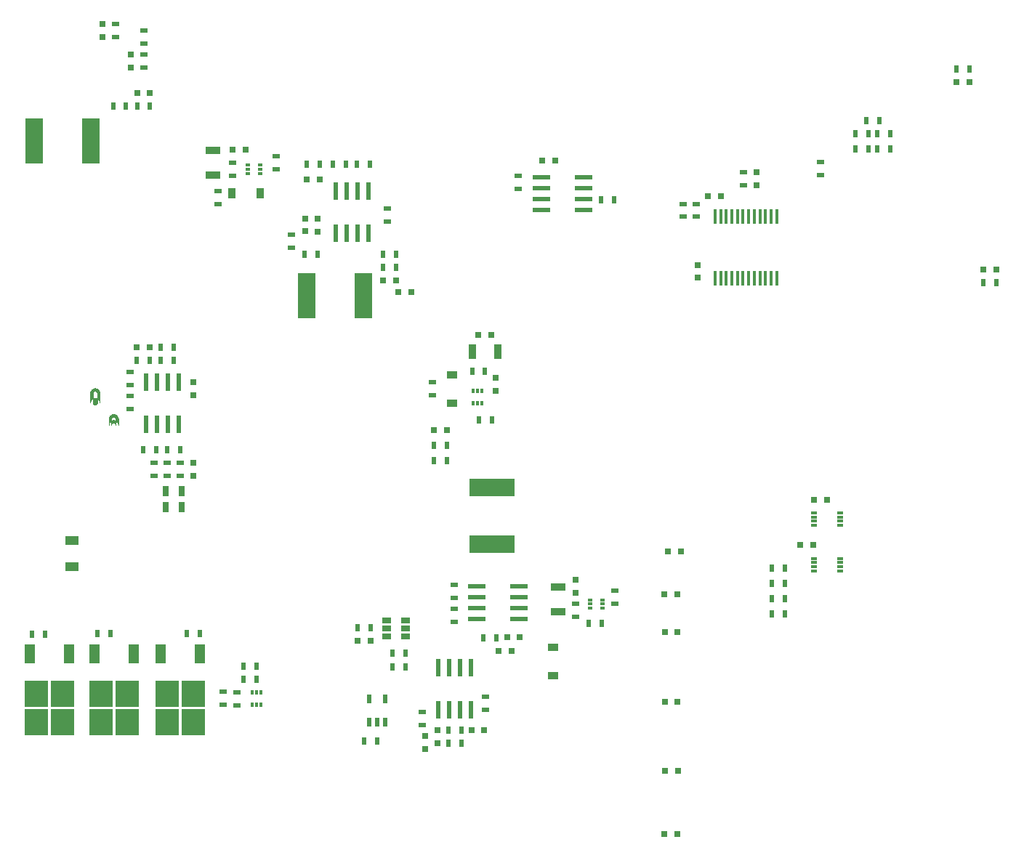
<source format=gbr>
G04 #@! TF.FileFunction,Paste,Bot*
%FSLAX46Y46*%
G04 Gerber Fmt 4.6, Leading zero omitted, Abs format (unit mm)*
G04 Created by KiCad (PCBNEW 4.0.7) date 07/05/18 23:16:34*
%MOMM*%
%LPD*%
G01*
G04 APERTURE LIST*
%ADD10C,0.100000*%
%ADD11C,0.000100*%
%ADD12C,0.001000*%
%ADD13R,0.600000X2.000000*%
%ADD14R,0.900000X0.500000*%
%ADD15R,0.800000X0.750000*%
%ADD16R,0.900000X1.200000*%
%ADD17R,0.550000X0.400000*%
%ADD18R,1.700000X0.900000*%
%ADD19R,0.750000X0.800000*%
%ADD20R,1.200000X0.900000*%
%ADD21R,2.000000X5.300000*%
%ADD22R,0.400000X0.550000*%
%ADD23R,1.200000X2.200000*%
%ADD24R,2.750000X3.050000*%
%ADD25R,0.500000X0.900000*%
%ADD26R,0.900000X1.700000*%
%ADD27R,0.700000X1.300000*%
%ADD28R,0.600000X1.050000*%
%ADD29R,1.060000X0.650000*%
%ADD30R,2.000000X0.600000*%
%ADD31R,0.800000X0.300000*%
%ADD32R,1.600000X1.000000*%
%ADD33R,0.450000X1.750000*%
%ADD34R,5.300000X2.000000*%
G04 APERTURE END LIST*
D10*
D11*
G36*
X11970020Y-46482020D02*
X11970020Y-45912020D01*
X11970020Y-45882894D01*
X11963860Y-45824911D01*
X11951610Y-45767903D01*
X11933400Y-45712510D01*
X11909440Y-45659351D01*
X11879990Y-45609023D01*
X11845390Y-45562088D01*
X11806030Y-45519073D01*
X11762330Y-45480460D01*
X11714810Y-45446680D01*
X11663970Y-45418110D01*
X11610410Y-45395080D01*
X11554710Y-45377830D01*
X11497490Y-45366570D01*
X11439410Y-45361420D01*
X11381110Y-45362430D01*
X11323250Y-45369600D01*
X11266460Y-45382850D01*
X11211390Y-45402020D01*
X11158660Y-45426910D01*
X11108860Y-45457230D01*
X11062530Y-45492640D01*
X11020210Y-45532751D01*
X10982360Y-45577110D01*
X10949420Y-45625220D01*
X10921740Y-45676543D01*
X10899650Y-45730503D01*
X10883380Y-45786496D01*
X10873110Y-45843896D01*
X10868980Y-45902058D01*
X10870020Y-45932020D01*
X10870020Y-46492020D01*
X11170020Y-46492020D01*
X11170020Y-45932020D01*
X11170020Y-45918930D01*
X11172760Y-45892870D01*
X11178200Y-45867238D01*
X11186300Y-45842316D01*
X11196960Y-45818378D01*
X11210060Y-45795684D01*
X11225460Y-45774484D01*
X11242990Y-45755010D01*
X11262470Y-45737475D01*
X11283660Y-45722072D01*
X11306360Y-45708969D01*
X11330290Y-45698309D01*
X11355220Y-45690211D01*
X11380850Y-45684762D01*
X11406910Y-45682021D01*
X11433110Y-45682020D01*
X11459170Y-45684758D01*
X11484800Y-45690205D01*
X11509720Y-45698301D01*
X11533660Y-45708958D01*
X11556360Y-45722059D01*
X11577560Y-45737460D01*
X11597030Y-45754993D01*
X11614570Y-45774465D01*
X11629970Y-45795664D01*
X11643070Y-45818356D01*
X11653730Y-45842294D01*
X11661830Y-45867215D01*
X11667280Y-45892846D01*
X11670020Y-45918906D01*
X11670020Y-45932020D01*
X11670020Y-46482020D01*
X11970020Y-46482020D01*
G37*
X11970020Y-46482020D02*
X11970020Y-45912020D01*
X11970020Y-45882894D01*
X11963860Y-45824911D01*
X11951610Y-45767903D01*
X11933400Y-45712510D01*
X11909440Y-45659351D01*
X11879990Y-45609023D01*
X11845390Y-45562088D01*
X11806030Y-45519073D01*
X11762330Y-45480460D01*
X11714810Y-45446680D01*
X11663970Y-45418110D01*
X11610410Y-45395080D01*
X11554710Y-45377830D01*
X11497490Y-45366570D01*
X11439410Y-45361420D01*
X11381110Y-45362430D01*
X11323250Y-45369600D01*
X11266460Y-45382850D01*
X11211390Y-45402020D01*
X11158660Y-45426910D01*
X11108860Y-45457230D01*
X11062530Y-45492640D01*
X11020210Y-45532751D01*
X10982360Y-45577110D01*
X10949420Y-45625220D01*
X10921740Y-45676543D01*
X10899650Y-45730503D01*
X10883380Y-45786496D01*
X10873110Y-45843896D01*
X10868980Y-45902058D01*
X10870020Y-45932020D01*
X10870020Y-46492020D01*
X11170020Y-46492020D01*
X11170020Y-45932020D01*
X11170020Y-45918930D01*
X11172760Y-45892870D01*
X11178200Y-45867238D01*
X11186300Y-45842316D01*
X11196960Y-45818378D01*
X11210060Y-45795684D01*
X11225460Y-45774484D01*
X11242990Y-45755010D01*
X11262470Y-45737475D01*
X11283660Y-45722072D01*
X11306360Y-45708969D01*
X11330290Y-45698309D01*
X11355220Y-45690211D01*
X11380850Y-45684762D01*
X11406910Y-45682021D01*
X11433110Y-45682020D01*
X11459170Y-45684758D01*
X11484800Y-45690205D01*
X11509720Y-45698301D01*
X11533660Y-45708958D01*
X11556360Y-45722059D01*
X11577560Y-45737460D01*
X11597030Y-45754993D01*
X11614570Y-45774465D01*
X11629970Y-45795664D01*
X11643070Y-45818356D01*
X11653730Y-45842294D01*
X11661830Y-45867215D01*
X11667280Y-45892846D01*
X11670020Y-45918906D01*
X11670020Y-45932020D01*
X11670020Y-46482020D01*
X11970020Y-46482020D01*
G36*
X10870020Y-46482020D02*
X10870020Y-47052020D01*
X10870020Y-47023531D01*
X10875910Y-46966811D01*
X10887640Y-46911004D01*
X10905070Y-46856707D01*
X10928020Y-46804503D01*
X10956240Y-46754951D01*
X10989430Y-46708582D01*
X11027240Y-46665893D01*
X11069260Y-46627341D01*
X11115040Y-46593338D01*
X11164090Y-46564251D01*
X11215880Y-46540389D01*
X11269860Y-46522009D01*
X11325460Y-46509308D01*
X11382070Y-46502422D01*
X11439080Y-46501424D01*
X11495900Y-46506325D01*
X11551900Y-46517073D01*
X11606490Y-46533553D01*
X11659090Y-46555588D01*
X11709130Y-46582941D01*
X11756070Y-46615321D01*
X11799410Y-46652379D01*
X11838690Y-46693719D01*
X11873490Y-46738898D01*
X11903430Y-46787432D01*
X11928190Y-46838801D01*
X11947510Y-46892455D01*
X11961180Y-46947818D01*
X11969050Y-47004297D01*
X11970020Y-47032020D01*
X11970020Y-46472020D01*
X11670020Y-46472020D01*
X11670020Y-47032020D01*
X11670020Y-47045110D01*
X11667280Y-47071170D01*
X11661840Y-47096802D01*
X11653740Y-47121724D01*
X11643080Y-47145662D01*
X11629980Y-47168356D01*
X11614580Y-47189556D01*
X11597050Y-47209030D01*
X11577570Y-47226565D01*
X11556380Y-47241968D01*
X11533680Y-47255071D01*
X11509750Y-47265731D01*
X11484820Y-47273829D01*
X11459190Y-47279278D01*
X11433130Y-47282019D01*
X11406930Y-47282020D01*
X11380870Y-47279282D01*
X11355240Y-47273835D01*
X11330320Y-47265739D01*
X11306380Y-47255082D01*
X11283680Y-47241981D01*
X11262480Y-47226580D01*
X11243010Y-47209047D01*
X11225470Y-47189575D01*
X11210070Y-47168376D01*
X11196970Y-47145684D01*
X11186310Y-47121746D01*
X11178210Y-47096825D01*
X11172760Y-47071194D01*
X11170020Y-47045134D01*
X11170020Y-47032020D01*
X11170020Y-46482020D01*
X10870020Y-46482020D01*
G37*
X10870020Y-46482020D02*
X10870020Y-47052020D01*
X10870020Y-47023531D01*
X10875910Y-46966811D01*
X10887640Y-46911004D01*
X10905070Y-46856707D01*
X10928020Y-46804503D01*
X10956240Y-46754951D01*
X10989430Y-46708582D01*
X11027240Y-46665893D01*
X11069260Y-46627341D01*
X11115040Y-46593338D01*
X11164090Y-46564251D01*
X11215880Y-46540389D01*
X11269860Y-46522009D01*
X11325460Y-46509308D01*
X11382070Y-46502422D01*
X11439080Y-46501424D01*
X11495900Y-46506325D01*
X11551900Y-46517073D01*
X11606490Y-46533553D01*
X11659090Y-46555588D01*
X11709130Y-46582941D01*
X11756070Y-46615321D01*
X11799410Y-46652379D01*
X11838690Y-46693719D01*
X11873490Y-46738898D01*
X11903430Y-46787432D01*
X11928190Y-46838801D01*
X11947510Y-46892455D01*
X11961180Y-46947818D01*
X11969050Y-47004297D01*
X11970020Y-47032020D01*
X11970020Y-46472020D01*
X11670020Y-46472020D01*
X11670020Y-47032020D01*
X11670020Y-47045110D01*
X11667280Y-47071170D01*
X11661840Y-47096802D01*
X11653740Y-47121724D01*
X11643080Y-47145662D01*
X11629980Y-47168356D01*
X11614580Y-47189556D01*
X11597050Y-47209030D01*
X11577570Y-47226565D01*
X11556380Y-47241968D01*
X11533680Y-47255071D01*
X11509750Y-47265731D01*
X11484820Y-47273829D01*
X11459190Y-47279278D01*
X11433130Y-47282019D01*
X11406930Y-47282020D01*
X11380870Y-47279282D01*
X11355240Y-47273835D01*
X11330320Y-47265739D01*
X11306380Y-47255082D01*
X11283680Y-47241981D01*
X11262480Y-47226580D01*
X11243010Y-47209047D01*
X11225470Y-47189575D01*
X11210070Y-47168376D01*
X11196970Y-47145684D01*
X11186310Y-47121746D01*
X11178210Y-47096825D01*
X11172760Y-47071194D01*
X11170020Y-47045134D01*
X11170020Y-47032020D01*
X11170020Y-46482020D01*
X10870020Y-46482020D01*
D12*
G36*
X13820020Y-49282020D02*
X13820020Y-48932020D01*
X13820020Y-48918780D01*
X13817220Y-48892420D01*
X13811650Y-48866510D01*
X13803372Y-48841330D01*
X13792480Y-48817160D01*
X13779095Y-48794280D01*
X13763367Y-48772950D01*
X13745472Y-48753390D01*
X13725610Y-48735840D01*
X13704005Y-48720490D01*
X13680898Y-48707500D01*
X13656548Y-48697030D01*
X13631228Y-48689190D01*
X13605221Y-48684070D01*
X13578819Y-48681730D01*
X13552316Y-48682190D01*
X13526011Y-48685450D01*
X13500198Y-48691470D01*
X13475166Y-48700180D01*
X13451195Y-48711500D01*
X13428554Y-48725280D01*
X13407497Y-48741380D01*
X13388258Y-48759610D01*
X13371055Y-48779780D01*
X13356079Y-48801650D01*
X13343498Y-48824980D01*
X13333453Y-48849500D01*
X13326056Y-48874960D01*
X13321392Y-48901050D01*
X13319511Y-48927490D01*
X13320020Y-48942020D01*
X13320020Y-49282020D01*
X13020020Y-49282020D01*
X13020020Y-48932020D01*
X13020020Y-48903380D01*
X13025977Y-48846360D01*
X13037829Y-48790270D01*
X13055448Y-48735710D01*
X13078643Y-48683280D01*
X13107162Y-48633540D01*
X13140697Y-48587040D01*
X13178884Y-48544280D01*
X13221309Y-48505710D01*
X13267513Y-48471770D01*
X13316996Y-48442810D01*
X13369220Y-48419160D01*
X13423620Y-48401060D01*
X13479607Y-48388710D01*
X13536575Y-48382250D01*
X13593905Y-48381750D01*
X13650977Y-48387210D01*
X13707172Y-48398570D01*
X13761881Y-48415710D01*
X13814513Y-48438450D01*
X13864495Y-48466530D01*
X13911288Y-48499660D01*
X13954383Y-48537470D01*
X13993315Y-48579560D01*
X14027660Y-48625460D01*
X14057048Y-48674690D01*
X14081159Y-48726710D01*
X14099733Y-48780950D01*
X14112567Y-48836830D01*
X14119524Y-48893730D01*
X14120020Y-48922020D01*
X14120020Y-49282020D01*
X13820020Y-49282020D01*
G37*
X13820020Y-49282020D02*
X13820020Y-48932020D01*
X13820020Y-48918780D01*
X13817220Y-48892420D01*
X13811650Y-48866510D01*
X13803372Y-48841330D01*
X13792480Y-48817160D01*
X13779095Y-48794280D01*
X13763367Y-48772950D01*
X13745472Y-48753390D01*
X13725610Y-48735840D01*
X13704005Y-48720490D01*
X13680898Y-48707500D01*
X13656548Y-48697030D01*
X13631228Y-48689190D01*
X13605221Y-48684070D01*
X13578819Y-48681730D01*
X13552316Y-48682190D01*
X13526011Y-48685450D01*
X13500198Y-48691470D01*
X13475166Y-48700180D01*
X13451195Y-48711500D01*
X13428554Y-48725280D01*
X13407497Y-48741380D01*
X13388258Y-48759610D01*
X13371055Y-48779780D01*
X13356079Y-48801650D01*
X13343498Y-48824980D01*
X13333453Y-48849500D01*
X13326056Y-48874960D01*
X13321392Y-48901050D01*
X13319511Y-48927490D01*
X13320020Y-48942020D01*
X13320020Y-49282020D01*
X13020020Y-49282020D01*
X13020020Y-48932020D01*
X13020020Y-48903380D01*
X13025977Y-48846360D01*
X13037829Y-48790270D01*
X13055448Y-48735710D01*
X13078643Y-48683280D01*
X13107162Y-48633540D01*
X13140697Y-48587040D01*
X13178884Y-48544280D01*
X13221309Y-48505710D01*
X13267513Y-48471770D01*
X13316996Y-48442810D01*
X13369220Y-48419160D01*
X13423620Y-48401060D01*
X13479607Y-48388710D01*
X13536575Y-48382250D01*
X13593905Y-48381750D01*
X13650977Y-48387210D01*
X13707172Y-48398570D01*
X13761881Y-48415710D01*
X13814513Y-48438450D01*
X13864495Y-48466530D01*
X13911288Y-48499660D01*
X13954383Y-48537470D01*
X13993315Y-48579560D01*
X14027660Y-48625460D01*
X14057048Y-48674690D01*
X14081159Y-48726710D01*
X14099733Y-48780950D01*
X14112567Y-48836830D01*
X14119524Y-48893730D01*
X14120020Y-48922020D01*
X14120020Y-49282020D01*
X13820020Y-49282020D01*
G36*
X13320020Y-49282020D02*
X13320020Y-49632020D01*
X13320020Y-49619070D01*
X13322698Y-49593290D01*
X13328028Y-49567920D01*
X13335951Y-49543240D01*
X13346383Y-49519510D01*
X13359213Y-49496980D01*
X13374302Y-49475900D01*
X13391489Y-49456500D01*
X13410590Y-49438970D01*
X13431400Y-49423520D01*
X13453697Y-49410290D01*
X13477241Y-49399450D01*
X13501780Y-49391090D01*
X13527052Y-49385320D01*
X13552784Y-49382190D01*
X13578703Y-49381730D01*
X13604530Y-49383960D01*
X13629987Y-49388850D01*
X13654804Y-49396340D01*
X13678713Y-49406350D01*
X13701459Y-49418790D01*
X13722797Y-49433510D01*
X13742500Y-49450350D01*
X13760355Y-49469150D01*
X13776173Y-49489680D01*
X13789783Y-49511750D01*
X13801039Y-49535100D01*
X13809821Y-49559490D01*
X13816035Y-49584650D01*
X13819614Y-49610330D01*
X13820020Y-49622020D01*
X13820020Y-49282020D01*
X14120020Y-49282020D01*
X14120020Y-49632020D01*
X14120020Y-49603060D01*
X14113929Y-49545410D01*
X14101813Y-49488710D01*
X14083804Y-49433610D01*
X14060103Y-49380700D01*
X14030973Y-49330570D01*
X13996735Y-49283790D01*
X13957770Y-49240860D01*
X13914509Y-49202270D01*
X13867431Y-49168440D01*
X13817057Y-49139740D01*
X13763947Y-49116500D01*
X13708687Y-49098960D01*
X13651891Y-49087340D01*
X13594187Y-49081740D01*
X13536215Y-49082250D01*
X13478617Y-49088840D01*
X13422032Y-49101450D01*
X13367085Y-49119940D01*
X13314386Y-49144100D01*
X13264518Y-49173670D01*
X13218034Y-49208310D01*
X13175449Y-49247650D01*
X13137234Y-49291250D01*
X13103814Y-49338620D01*
X13075558Y-49389240D01*
X13052779Y-49442550D01*
X13035729Y-49497960D01*
X13024598Y-49554860D01*
X13019509Y-49612610D01*
X13020020Y-49642020D01*
X13020020Y-49282020D01*
X13320020Y-49282020D01*
G37*
X13320020Y-49282020D02*
X13320020Y-49632020D01*
X13320020Y-49619070D01*
X13322698Y-49593290D01*
X13328028Y-49567920D01*
X13335951Y-49543240D01*
X13346383Y-49519510D01*
X13359213Y-49496980D01*
X13374302Y-49475900D01*
X13391489Y-49456500D01*
X13410590Y-49438970D01*
X13431400Y-49423520D01*
X13453697Y-49410290D01*
X13477241Y-49399450D01*
X13501780Y-49391090D01*
X13527052Y-49385320D01*
X13552784Y-49382190D01*
X13578703Y-49381730D01*
X13604530Y-49383960D01*
X13629987Y-49388850D01*
X13654804Y-49396340D01*
X13678713Y-49406350D01*
X13701459Y-49418790D01*
X13722797Y-49433510D01*
X13742500Y-49450350D01*
X13760355Y-49469150D01*
X13776173Y-49489680D01*
X13789783Y-49511750D01*
X13801039Y-49535100D01*
X13809821Y-49559490D01*
X13816035Y-49584650D01*
X13819614Y-49610330D01*
X13820020Y-49622020D01*
X13820020Y-49282020D01*
X14120020Y-49282020D01*
X14120020Y-49632020D01*
X14120020Y-49603060D01*
X14113929Y-49545410D01*
X14101813Y-49488710D01*
X14083804Y-49433610D01*
X14060103Y-49380700D01*
X14030973Y-49330570D01*
X13996735Y-49283790D01*
X13957770Y-49240860D01*
X13914509Y-49202270D01*
X13867431Y-49168440D01*
X13817057Y-49139740D01*
X13763947Y-49116500D01*
X13708687Y-49098960D01*
X13651891Y-49087340D01*
X13594187Y-49081740D01*
X13536215Y-49082250D01*
X13478617Y-49088840D01*
X13422032Y-49101450D01*
X13367085Y-49119940D01*
X13314386Y-49144100D01*
X13264518Y-49173670D01*
X13218034Y-49208310D01*
X13175449Y-49247650D01*
X13137234Y-49291250D01*
X13103814Y-49338620D01*
X13075558Y-49389240D01*
X13052779Y-49442550D01*
X13035729Y-49497960D01*
X13024598Y-49554860D01*
X13019509Y-49612610D01*
X13020020Y-49642020D01*
X13020020Y-49282020D01*
X13320020Y-49282020D01*
D13*
X51435020Y-77941020D03*
X52705020Y-77941020D03*
X55245020Y-77941020D03*
X55245020Y-82841020D03*
X53975020Y-82841020D03*
X52705020Y-82841020D03*
X51435020Y-82841020D03*
X53975020Y-77941020D03*
D14*
X32549472Y-19802860D03*
X32549472Y-18302860D03*
D15*
X28981472Y-17528860D03*
X27481472Y-17528860D03*
D16*
X30643472Y-22608860D03*
X27343472Y-22608860D03*
D17*
X29226072Y-19322460D03*
X29226072Y-19822460D03*
X29226072Y-20322460D03*
X30676072Y-20322460D03*
X30676072Y-19822460D03*
X30676072Y-19322460D03*
D14*
X25781020Y-23864020D03*
X25781020Y-22364020D03*
D18*
X25183472Y-20502860D03*
X25183472Y-17602860D03*
D14*
X27469472Y-20564860D03*
X27469472Y-19064860D03*
D19*
X51308020Y-86729020D03*
X51308020Y-85229020D03*
X49911020Y-87364020D03*
X49911020Y-85864020D03*
X67437020Y-67703020D03*
X67437020Y-69203020D03*
D15*
X55269020Y-85217020D03*
X56769020Y-85217020D03*
X17820968Y-10906658D03*
X16320968Y-10906658D03*
D19*
X37351830Y-25598682D03*
X37351830Y-27098682D03*
D15*
X37593830Y-21014682D03*
X36093830Y-21014682D03*
X44970020Y-32766020D03*
X46470020Y-32766020D03*
D19*
X58133000Y-45675000D03*
X58133000Y-44175000D03*
X35921810Y-25565662D03*
X35921810Y-27065662D03*
X22887770Y-54030938D03*
X22887770Y-55530938D03*
X22887770Y-46132938D03*
X22887770Y-44632938D03*
D15*
X16295770Y-40556938D03*
X17795770Y-40556938D03*
X65012020Y-18796020D03*
X63512020Y-18796020D03*
D19*
X12286000Y-4400000D03*
X12286000Y-2900000D03*
D15*
X114914000Y-31543248D03*
X116414000Y-31543248D03*
D19*
X88486000Y-20172000D03*
X88486000Y-21672000D03*
D15*
X93611020Y-63627020D03*
X95111020Y-63627020D03*
X96686097Y-58320007D03*
X95186097Y-58320007D03*
D19*
X81661020Y-30988020D03*
X81661020Y-32488020D03*
D15*
X50913871Y-50256321D03*
X52413871Y-50256321D03*
X42016000Y-74770000D03*
X43516000Y-74770000D03*
X59415000Y-74389000D03*
X60915000Y-74389000D03*
X59920020Y-75946020D03*
X58420020Y-75946020D03*
D20*
X64770020Y-78866020D03*
X64770020Y-75566020D03*
X53053000Y-47083000D03*
X53053000Y-43783000D03*
D21*
X42668020Y-34544020D03*
X36068020Y-34544020D03*
X4320020Y-16510020D03*
X10920020Y-16510020D03*
D17*
X69135200Y-70010400D03*
X69135200Y-70510400D03*
X69135200Y-71010400D03*
X70585200Y-71010400D03*
X70585200Y-70510400D03*
X70585200Y-70010400D03*
D22*
X56491800Y-45691000D03*
X55991800Y-45691000D03*
X55491800Y-45691000D03*
X55491800Y-47141000D03*
X55991800Y-47141000D03*
X56491800Y-47141000D03*
D23*
X19056020Y-76318020D03*
X23616020Y-76318020D03*
D24*
X22861020Y-84293020D03*
X19811020Y-80943020D03*
X19811020Y-84293020D03*
X22861020Y-80943020D03*
D23*
X11370000Y-76318020D03*
X15930000Y-76318020D03*
D24*
X15175000Y-84293020D03*
X12125000Y-80943020D03*
X12125000Y-84293020D03*
X15175000Y-80943020D03*
D23*
X3816020Y-76318020D03*
X8376020Y-76318020D03*
D24*
X7621020Y-84293020D03*
X4571020Y-80943020D03*
X4571020Y-84293020D03*
X7621020Y-80943020D03*
D22*
X29726020Y-82259020D03*
X30226020Y-82259020D03*
X30726020Y-82259020D03*
X30726020Y-80809020D03*
X30226020Y-80809020D03*
X29726020Y-80809020D03*
D25*
X42778000Y-86454000D03*
X44278000Y-86454000D03*
D14*
X49530020Y-83070020D03*
X49530020Y-84570020D03*
D25*
X70473020Y-72771020D03*
X68973020Y-72771020D03*
D14*
X67437020Y-71997020D03*
X67437020Y-70497020D03*
D18*
X65405020Y-71427020D03*
X65405020Y-68527020D03*
D25*
X54090020Y-86741020D03*
X52590020Y-86741020D03*
D14*
X56896020Y-82792020D03*
X56896020Y-81292020D03*
D25*
X52590020Y-85217020D03*
X54090020Y-85217020D03*
X13526968Y-12430658D03*
X15026968Y-12430658D03*
X16328568Y-12489058D03*
X17828568Y-12489058D03*
X36093830Y-19236682D03*
X37593830Y-19236682D03*
X41935830Y-19236682D03*
X43435830Y-19236682D03*
X39141830Y-19236682D03*
X40641830Y-19236682D03*
X44970020Y-29718020D03*
X46470020Y-29718020D03*
D14*
X50767000Y-46183000D03*
X50767000Y-44683000D03*
D25*
X46470020Y-31242020D03*
X44970020Y-31242020D03*
X55351000Y-43401000D03*
X56851000Y-43401000D03*
D26*
X55413000Y-41115000D03*
X58313000Y-41115000D03*
D14*
X34290020Y-27444020D03*
X34290020Y-28944020D03*
D25*
X56146020Y-49022020D03*
X57646020Y-49022020D03*
D14*
X45466020Y-25896020D03*
X45466020Y-24396020D03*
D25*
X35826020Y-29718020D03*
X37326020Y-29718020D03*
X23610020Y-73914020D03*
X22110020Y-73914020D03*
X13196020Y-73914020D03*
X11696020Y-73914020D03*
X5576020Y-74041020D03*
X4076020Y-74041020D03*
D14*
X27940020Y-80784020D03*
X27940020Y-82284020D03*
D25*
X28714020Y-77724020D03*
X30214020Y-77724020D03*
D14*
X26383000Y-80751000D03*
X26383000Y-82251000D03*
X18315770Y-54030938D03*
X18315770Y-55530938D03*
X21363770Y-55530938D03*
X21363770Y-54030938D03*
X19839770Y-54030938D03*
X19839770Y-55530938D03*
D25*
X18557770Y-52494938D03*
X17057770Y-52494938D03*
X21351770Y-52494938D03*
X19851770Y-52494938D03*
D27*
X19651770Y-57320938D03*
X21551770Y-57320938D03*
D14*
X15494020Y-46240020D03*
X15494020Y-47740020D03*
D25*
X19089770Y-40556938D03*
X20589770Y-40556938D03*
X17795770Y-42080938D03*
X16295770Y-42080938D03*
D14*
X15494020Y-44946020D03*
X15494020Y-43446020D03*
D25*
X20589770Y-42080938D03*
X19089770Y-42080938D03*
X71870020Y-23368020D03*
X70370020Y-23368020D03*
D14*
X60706000Y-20586020D03*
X60706000Y-22086020D03*
X13810000Y-2900000D03*
X13810000Y-4400000D03*
D25*
X100037618Y-17476082D03*
X101537618Y-17476082D03*
X100037618Y-15698082D03*
X101537618Y-15698082D03*
X102565618Y-17476082D03*
X104065618Y-17476082D03*
X102577618Y-15698082D03*
X104077618Y-15698082D03*
D14*
X95961618Y-20512082D03*
X95961618Y-19012082D03*
X86962000Y-20172000D03*
X86962000Y-21672000D03*
D25*
X116414000Y-33067248D03*
X114914000Y-33067248D03*
X90278513Y-68105849D03*
X91778513Y-68105849D03*
X90278513Y-69883849D03*
X91778513Y-69883849D03*
X91778513Y-66327849D03*
X90278513Y-66327849D03*
X91778513Y-71661849D03*
X90278513Y-71661849D03*
X50913871Y-53812321D03*
X52413871Y-53812321D03*
X52413871Y-52034321D03*
X50913871Y-52034321D03*
X46113020Y-76200020D03*
X47613020Y-76200020D03*
X46113020Y-77851020D03*
X47613020Y-77851020D03*
X58142020Y-74422020D03*
X56642020Y-74422020D03*
X43516000Y-73246000D03*
X42016000Y-73246000D03*
D14*
X53307000Y-69805000D03*
X53307000Y-68305000D03*
X53307000Y-72599000D03*
X53307000Y-71099000D03*
D28*
X45240000Y-81548000D03*
X43340000Y-81548000D03*
X43340000Y-84248000D03*
X44290000Y-84248000D03*
X45240000Y-84248000D03*
D13*
X39510830Y-22374682D03*
X40780830Y-22374682D03*
X43320830Y-22374682D03*
X43320830Y-27274682D03*
X42050830Y-27274682D03*
X40780830Y-27274682D03*
X39510830Y-27274682D03*
X42050830Y-22374682D03*
X21178370Y-49552538D03*
X19908370Y-49552538D03*
X17368370Y-49552538D03*
X17368370Y-44652538D03*
X18638370Y-44652538D03*
X19908370Y-44652538D03*
X21178370Y-44652538D03*
X18638370Y-49552538D03*
D29*
X45382000Y-74290000D03*
X45382000Y-73340000D03*
X45382000Y-72390000D03*
X47582000Y-72390000D03*
X47582000Y-74290000D03*
X47582000Y-73340000D03*
D30*
X55937000Y-72230000D03*
X55937000Y-70960000D03*
X55937000Y-68420000D03*
X60837000Y-68420000D03*
X60837000Y-69690000D03*
X60837000Y-70960000D03*
X60837000Y-72230000D03*
X55937000Y-69690000D03*
X68337600Y-20802600D03*
X68337600Y-22072600D03*
X68337600Y-24612600D03*
X63437600Y-24612600D03*
X63437600Y-23342600D03*
X63437600Y-22072600D03*
X63437600Y-20802600D03*
X68337600Y-23342600D03*
D31*
X98240497Y-65182407D03*
X98240497Y-65682407D03*
X98240497Y-66182407D03*
X98240497Y-66682407D03*
X95140497Y-66682407D03*
X95140497Y-66182407D03*
X95140497Y-65682407D03*
X95140497Y-65182407D03*
X98248097Y-59856007D03*
X98248097Y-60356007D03*
X98248097Y-60856007D03*
X98248097Y-61356007D03*
X95148097Y-61356007D03*
X95148097Y-60856007D03*
X95148097Y-60356007D03*
X95148097Y-59856007D03*
D14*
X72009020Y-70473020D03*
X72009020Y-68973020D03*
D25*
X30214020Y-79248020D03*
X28714020Y-79248020D03*
D32*
X8730000Y-66110000D03*
X8730000Y-63110000D03*
D14*
X17112000Y-3662000D03*
X17112000Y-5162000D03*
X17112000Y-6456000D03*
X17112000Y-7956000D03*
D19*
X15588000Y-7956000D03*
X15588000Y-6456000D03*
D33*
X83674020Y-25356020D03*
X84324020Y-25356020D03*
X84974020Y-25356020D03*
X85624020Y-25356020D03*
X86274020Y-25356020D03*
X86924020Y-25356020D03*
X87574020Y-25356020D03*
X88224020Y-25356020D03*
X88874020Y-25356020D03*
X89524020Y-25356020D03*
X90174020Y-25356020D03*
X90824020Y-25356020D03*
X90824020Y-32556020D03*
X90174020Y-32556020D03*
X89524020Y-32556020D03*
X88874020Y-32556020D03*
X88224020Y-32556020D03*
X87574020Y-32556020D03*
X86924020Y-32556020D03*
X86274020Y-32556020D03*
X85624020Y-32556020D03*
X84974020Y-32556020D03*
X84324020Y-32556020D03*
X83674020Y-32556020D03*
D14*
X81448176Y-23875744D03*
X81448176Y-25375744D03*
X79924176Y-23875744D03*
X79924176Y-25375744D03*
D15*
X113272020Y-9673024D03*
X111772020Y-9673024D03*
D34*
X57658020Y-56900020D03*
X57658020Y-63500020D03*
D27*
X19618750Y-59192918D03*
X21518750Y-59192918D03*
D25*
X111772020Y-8149024D03*
X113272020Y-8149024D03*
X101307618Y-14174082D03*
X102807618Y-14174082D03*
D15*
X82816020Y-22987020D03*
X84316020Y-22987020D03*
X48248020Y-34163020D03*
X46748020Y-34163020D03*
X57582520Y-39179520D03*
X56082520Y-39179520D03*
X79680520Y-64389020D03*
X78180520Y-64389020D03*
X79236020Y-97345520D03*
X77736020Y-97345520D03*
X79311520Y-89916020D03*
X77811520Y-89916020D03*
X79299520Y-81915020D03*
X77799520Y-81915020D03*
X79299520Y-73787020D03*
X77799520Y-73787020D03*
X79236020Y-69342020D03*
X77736020Y-69342020D03*
M02*

</source>
